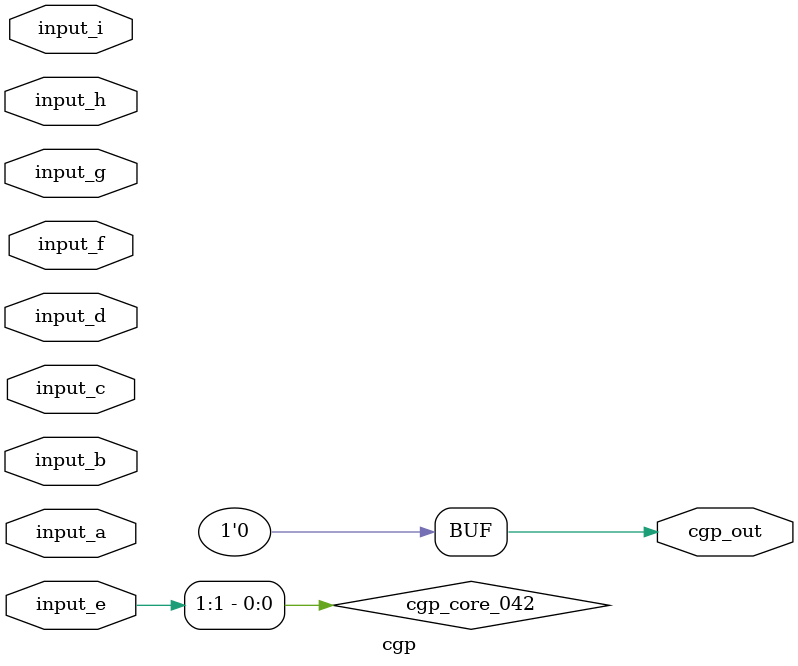
<source format=v>
module cgp(input [1:0] input_a, input [1:0] input_b, input [1:0] input_c, input [1:0] input_d, input [1:0] input_e, input [1:0] input_f, input [1:0] input_g, input [1:0] input_h, input [1:0] input_i, output [0:0] cgp_out);
  wire cgp_core_020;
  wire cgp_core_023;
  wire cgp_core_024;
  wire cgp_core_028;
  wire cgp_core_029;
  wire cgp_core_031;
  wire cgp_core_032;
  wire cgp_core_033;
  wire cgp_core_034;
  wire cgp_core_035;
  wire cgp_core_036;
  wire cgp_core_037;
  wire cgp_core_038;
  wire cgp_core_040;
  wire cgp_core_041;
  wire cgp_core_042;
  wire cgp_core_043;
  wire cgp_core_044;
  wire cgp_core_052;
  wire cgp_core_053;
  wire cgp_core_054;
  wire cgp_core_055;
  wire cgp_core_057;
  wire cgp_core_058;
  wire cgp_core_059;
  wire cgp_core_060;
  wire cgp_core_064;
  wire cgp_core_066;
  wire cgp_core_067;
  wire cgp_core_068;
  wire cgp_core_069;
  wire cgp_core_072;
  wire cgp_core_073;
  wire cgp_core_074;
  wire cgp_core_076;
  wire cgp_core_078;
  wire cgp_core_079;
  wire cgp_core_080;
  wire cgp_core_082;
  wire cgp_core_083;
  wire cgp_core_086;
  wire cgp_core_089;
  wire cgp_core_090;
  wire cgp_core_091;
  wire cgp_core_093;
  wire cgp_core_095;
  wire cgp_core_096;
  wire cgp_core_097;
  wire cgp_core_098;
  wire cgp_core_099;
  wire cgp_core_100;
  wire cgp_core_102;
  wire cgp_core_104;
  wire cgp_core_106;
  wire cgp_core_107;
  wire cgp_core_108;
  wire cgp_core_109;
  wire cgp_core_110;

  assign cgp_core_020 = input_g[0] ^ input_a[0];
  assign cgp_core_023 = input_h[1] & input_i[1];
  assign cgp_core_024 = input_h[1] ^ input_i[0];
  assign cgp_core_028 = input_d[0] & cgp_core_020;
  assign cgp_core_029 = ~(input_d[0] | cgp_core_024);
  assign cgp_core_031 = cgp_core_029 ^ cgp_core_028;
  assign cgp_core_032 = cgp_core_029 & cgp_core_028;
  assign cgp_core_033 = ~input_a[0];
  assign cgp_core_034 = ~(cgp_core_023 & cgp_core_033);
  assign cgp_core_035 = input_d[1] | input_g[1];
  assign cgp_core_036 = ~(input_b[0] & input_h[1]);
  assign cgp_core_037 = input_i[1] & input_c[0];
  assign cgp_core_038 = ~input_b[1];
  assign cgp_core_040 = cgp_core_038 ^ cgp_core_037;
  assign cgp_core_041 = cgp_core_038 & cgp_core_037;
  assign cgp_core_042 = input_e[1] | input_e[1];
  assign cgp_core_043 = ~(input_a[0] & cgp_core_036);
  assign cgp_core_044 = input_i[1] & input_b[1];
  assign cgp_core_052 = input_f[0] ^ input_h[1];
  assign cgp_core_053 = input_f[0] & input_a[0];
  assign cgp_core_054 = input_b[1] ^ input_d[1];
  assign cgp_core_055 = input_f[1] & input_a[1];
  assign cgp_core_057 = cgp_core_054 & cgp_core_053;
  assign cgp_core_058 = ~(cgp_core_055 | cgp_core_057);
  assign cgp_core_059 = input_c[1] ^ cgp_core_052;
  assign cgp_core_060 = input_f[0] & cgp_core_052;
  assign cgp_core_064 = input_e[1] & cgp_core_060;
  assign cgp_core_066 = cgp_core_058 | cgp_core_064;
  assign cgp_core_067 = input_c[0] & input_b[1];
  assign cgp_core_068 = cgp_core_043 & input_g[1];
  assign cgp_core_069 = cgp_core_043 & input_i[0];
  assign cgp_core_072 = cgp_core_044 ^ cgp_core_069;
  assign cgp_core_073 = input_h[1] & cgp_core_069;
  assign cgp_core_074 = input_f[1] | cgp_core_073;
  assign cgp_core_076 = input_f[1] & cgp_core_066;
  assign cgp_core_078 = input_g[1] & cgp_core_074;
  assign cgp_core_079 = cgp_core_076 | cgp_core_078;
  assign cgp_core_080 = input_b[1] ^ cgp_core_067;
  assign cgp_core_082 = ~input_b[0];
  assign cgp_core_083 = cgp_core_080 ^ input_c[1];
  assign cgp_core_086 = ~input_f[0];
  assign cgp_core_089 = cgp_core_035 & cgp_core_086;
  assign cgp_core_090 = ~cgp_core_035;
  assign cgp_core_091 = cgp_core_090 & cgp_core_086;
  assign cgp_core_093 = cgp_core_034 & input_c[1];
  assign cgp_core_095 = ~(cgp_core_034 ^ input_c[0]);
  assign cgp_core_096 = cgp_core_095 | cgp_core_091;
  assign cgp_core_097 = ~(input_g[0] | cgp_core_072);
  assign cgp_core_098 = ~(cgp_core_031 | input_a[0]);
  assign cgp_core_099 = cgp_core_098 & cgp_core_096;
  assign cgp_core_100 = ~(cgp_core_031 & input_h[1]);
  assign cgp_core_102 = ~(cgp_core_068 ^ input_b[0]);
  assign cgp_core_104 = input_h[1] & cgp_core_096;
  assign cgp_core_106 = input_g[1] & input_e[1];
  assign cgp_core_107 = input_c[0] ^ input_d[0];
  assign cgp_core_108 = cgp_core_104 | cgp_core_107;
  assign cgp_core_109 = ~(cgp_core_089 ^ input_f[1]);
  assign cgp_core_110 = cgp_core_108 | cgp_core_109;

  assign cgp_out[0] = 1'b0;
endmodule
</source>
